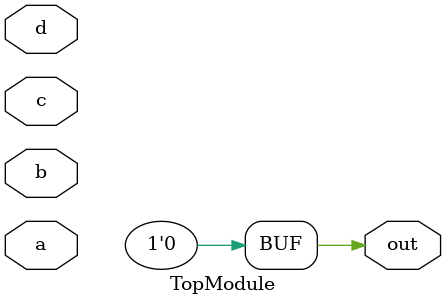
<source format=v>
module TopModule (
  input a,
  input b,
  input c,
  input d,
  output reg out
);

  // Module body - leave empty or add minimal placeholder
  // Example placeholder:
  always @(*) begin
    out = 0; // Default value - replace with actual logic
  end

endmodule
</source>
